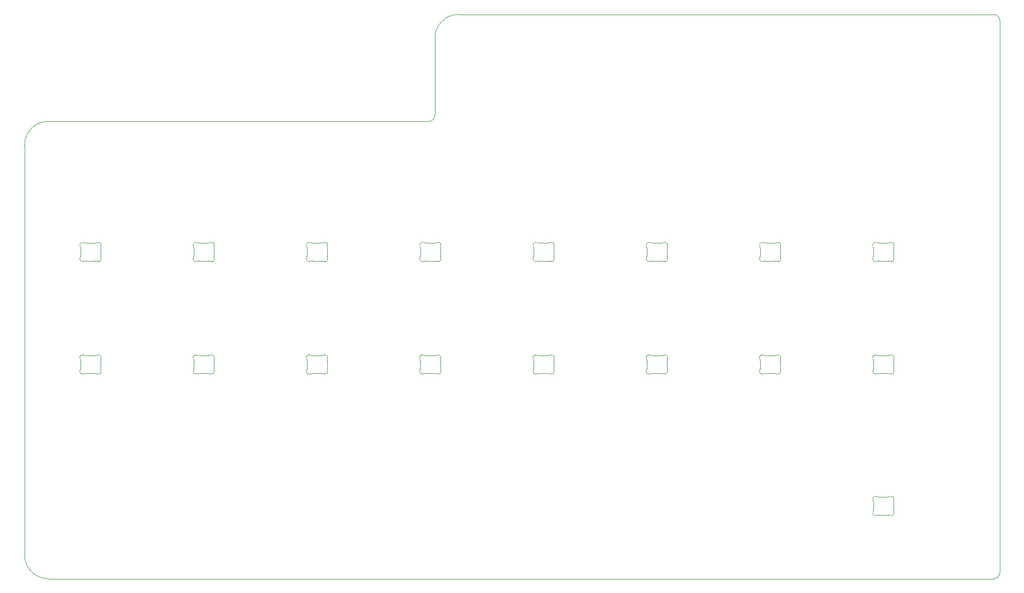
<source format=gbr>
%TF.GenerationSoftware,KiCad,Pcbnew,8.0.8*%
%TF.CreationDate,2025-02-25T14:58:14+00:00*%
%TF.ProjectId,16-steps,31362d73-7465-4707-932e-6b696361645f,rev?*%
%TF.SameCoordinates,Original*%
%TF.FileFunction,Profile,NP*%
%FSLAX46Y46*%
G04 Gerber Fmt 4.6, Leading zero omitted, Abs format (unit mm)*
G04 Created by KiCad (PCBNEW 8.0.8) date 2025-02-25 14:58:14*
%MOMM*%
%LPD*%
G01*
G04 APERTURE LIST*
%TA.AperFunction,Profile*%
%ADD10C,0.050000*%
%TD*%
%TA.AperFunction,Profile*%
%ADD11C,0.100000*%
%TD*%
G04 APERTURE END LIST*
D10*
X96000000Y-31000000D02*
G75*
G02*
X100000000Y-27000000I4000000J0D01*
G01*
X191000000Y-28000000D02*
X191000000Y-121000000D01*
X190000000Y-27000000D02*
G75*
G02*
X191000000Y-28000000I0J-1000000D01*
G01*
X190000000Y-122000000D02*
X31000000Y-122000000D01*
X191000000Y-121000000D02*
G75*
G02*
X190000000Y-122000000I-1000000J0D01*
G01*
X31000000Y-122000000D02*
G75*
G02*
X27000000Y-118000000I0J4000000D01*
G01*
X96000000Y-44000000D02*
G75*
G02*
X95000000Y-45000000I-1000000J0D01*
G01*
X27000000Y-49000000D02*
G75*
G02*
X31000000Y-45000000I4000000J0D01*
G01*
X96000000Y-44000000D02*
X96000000Y-31000000D01*
X31000000Y-45000000D02*
X95000000Y-45000000D01*
X27000000Y-49000000D02*
X27000000Y-118000000D01*
X100000000Y-27000000D02*
X190000000Y-27000000D01*
D11*
%TO.C,U13*%
X93550001Y-66289659D02*
X93550001Y-67695343D01*
X94455547Y-68492500D02*
X96044452Y-68492500D01*
X96044452Y-65492501D02*
X94455548Y-65492501D01*
X96949999Y-67695343D02*
X96949999Y-66289659D01*
X93500516Y-66072781D02*
G75*
G02*
X93550012Y-66289659I-451016J-217019D01*
G01*
X93500516Y-66072782D02*
G75*
G02*
X94203290Y-65424199I450514J216882D01*
G01*
X93550001Y-67695344D02*
G75*
G02*
X93500515Y-67912221I-500351J84D01*
G01*
X94203289Y-68560799D02*
G75*
G02*
X93500517Y-67912221I-252259J431699D01*
G01*
X94203289Y-68560799D02*
G75*
G02*
X94455547Y-68492500I252261J-431711D01*
G01*
X94455548Y-65492501D02*
G75*
G02*
X94203289Y-65424202I2J500011D01*
G01*
X96044453Y-68492501D02*
G75*
G02*
X96296711Y-68560800I-3J-500009D01*
G01*
X96296710Y-65424202D02*
G75*
G02*
X96044452Y-65492501I-252261J431710D01*
G01*
X96296711Y-65424204D02*
G75*
G02*
X96999484Y-66072781I252258J-431700D01*
G01*
X96949999Y-66289658D02*
G75*
G02*
X96999484Y-66072781I499623J85D01*
G01*
X96999484Y-67912221D02*
G75*
G02*
X96296711Y-68560800I-450514J-216879D01*
G01*
X96999484Y-67912221D02*
G75*
G02*
X96949999Y-67695343I450505J216876D01*
G01*
%TO.C,U17*%
X169750001Y-66289659D02*
X169750001Y-67695343D01*
X170655547Y-68492500D02*
X172244452Y-68492500D01*
X172244452Y-65492501D02*
X170655548Y-65492501D01*
X173149999Y-67695343D02*
X173149999Y-66289659D01*
X169700516Y-66072781D02*
G75*
G02*
X169750012Y-66289659I-451016J-217019D01*
G01*
X169700516Y-66072782D02*
G75*
G02*
X170403290Y-65424199I450514J216882D01*
G01*
X169750001Y-67695344D02*
G75*
G02*
X169700515Y-67912221I-500351J84D01*
G01*
X170403289Y-68560799D02*
G75*
G02*
X169700517Y-67912221I-252259J431699D01*
G01*
X170403289Y-68560799D02*
G75*
G02*
X170655547Y-68492500I252261J-431711D01*
G01*
X170655548Y-65492501D02*
G75*
G02*
X170403289Y-65424202I2J500011D01*
G01*
X172244453Y-68492501D02*
G75*
G02*
X172496711Y-68560800I-3J-500009D01*
G01*
X172496710Y-65424202D02*
G75*
G02*
X172244452Y-65492501I-252261J431710D01*
G01*
X172496711Y-65424204D02*
G75*
G02*
X173199484Y-66072781I252258J-431700D01*
G01*
X173149999Y-66289658D02*
G75*
G02*
X173199484Y-66072781I499623J85D01*
G01*
X173199484Y-67912221D02*
G75*
G02*
X172496711Y-68560800I-450514J-216879D01*
G01*
X173199484Y-67912221D02*
G75*
G02*
X173149999Y-67695343I450505J216876D01*
G01*
%TO.C,U16*%
X150700001Y-66289659D02*
X150700001Y-67695343D01*
X151605547Y-68492500D02*
X153194452Y-68492500D01*
X153194452Y-65492501D02*
X151605548Y-65492501D01*
X154099999Y-67695343D02*
X154099999Y-66289659D01*
X150650516Y-66072781D02*
G75*
G02*
X150700012Y-66289659I-451016J-217019D01*
G01*
X150650516Y-66072782D02*
G75*
G02*
X151353290Y-65424199I450514J216882D01*
G01*
X150700001Y-67695344D02*
G75*
G02*
X150650515Y-67912221I-500351J84D01*
G01*
X151353289Y-68560799D02*
G75*
G02*
X150650517Y-67912221I-252259J431699D01*
G01*
X151353289Y-68560799D02*
G75*
G02*
X151605547Y-68492500I252261J-431711D01*
G01*
X151605548Y-65492501D02*
G75*
G02*
X151353289Y-65424202I2J500011D01*
G01*
X153194453Y-68492501D02*
G75*
G02*
X153446711Y-68560800I-3J-500009D01*
G01*
X153446710Y-65424202D02*
G75*
G02*
X153194452Y-65492501I-252261J431710D01*
G01*
X153446711Y-65424204D02*
G75*
G02*
X154149484Y-66072781I252258J-431700D01*
G01*
X154099999Y-66289658D02*
G75*
G02*
X154149484Y-66072781I499623J85D01*
G01*
X154149484Y-67912221D02*
G75*
G02*
X153446711Y-68560800I-450514J-216879D01*
G01*
X154149484Y-67912221D02*
G75*
G02*
X154099999Y-67695343I450505J216876D01*
G01*
%TO.C,U1*%
X169750001Y-109052157D02*
X169750001Y-110457841D01*
X170655548Y-111254999D02*
X172244452Y-111254999D01*
X172244453Y-108255000D02*
X170655548Y-108255000D01*
X173149999Y-110457841D02*
X173149999Y-109052157D01*
X169700516Y-108835279D02*
G75*
G02*
X169749976Y-109052157I-450516J-216821D01*
G01*
X169700516Y-108835279D02*
G75*
G02*
X170403289Y-108186700I450514J216879D01*
G01*
X169750001Y-110457842D02*
G75*
G02*
X169700513Y-110674717I-499701J-58D01*
G01*
X170403289Y-111323296D02*
G75*
G02*
X169700520Y-110674721I-252259J431696D01*
G01*
X170403290Y-111323298D02*
G75*
G02*
X170655548Y-111255000I252260J-431712D01*
G01*
X170655547Y-108254999D02*
G75*
G02*
X170403289Y-108186700I3J500009D01*
G01*
X172244452Y-111254999D02*
G75*
G02*
X172496711Y-111323298I-2J-500009D01*
G01*
X172496711Y-108186701D02*
G75*
G02*
X172244453Y-108255000I-252261J431710D01*
G01*
X172496711Y-108186701D02*
G75*
G02*
X173199483Y-108835279I252258J-431700D01*
G01*
X173149999Y-109052156D02*
G75*
G02*
X173199484Y-108835279I499990J1D01*
G01*
X173199484Y-110674718D02*
G75*
G02*
X172496711Y-111323298I-450514J-216880D01*
G01*
X173199484Y-110674719D02*
G75*
G02*
X173149999Y-110457841I450505J216876D01*
G01*
%TO.C,U8*%
X55450001Y-85239657D02*
X55450001Y-86645341D01*
X56355548Y-87442499D02*
X57944452Y-87442499D01*
X57944453Y-84442500D02*
X56355548Y-84442500D01*
X58849999Y-86645341D02*
X58849999Y-85239657D01*
X55400516Y-85022779D02*
G75*
G02*
X55449976Y-85239657I-450516J-216821D01*
G01*
X55400516Y-85022779D02*
G75*
G02*
X56103289Y-84374200I450514J216879D01*
G01*
X55450001Y-86645342D02*
G75*
G02*
X55400513Y-86862217I-499701J-58D01*
G01*
X56103289Y-87510796D02*
G75*
G02*
X55400520Y-86862221I-252259J431696D01*
G01*
X56103290Y-87510798D02*
G75*
G02*
X56355548Y-87442500I252260J-431712D01*
G01*
X56355547Y-84442499D02*
G75*
G02*
X56103289Y-84374200I3J500009D01*
G01*
X57944452Y-87442499D02*
G75*
G02*
X58196711Y-87510798I-2J-500009D01*
G01*
X58196711Y-84374201D02*
G75*
G02*
X57944453Y-84442500I-252261J431710D01*
G01*
X58196711Y-84374201D02*
G75*
G02*
X58899483Y-85022779I252258J-431700D01*
G01*
X58849999Y-85239656D02*
G75*
G02*
X58899484Y-85022779I499990J1D01*
G01*
X58899484Y-86862218D02*
G75*
G02*
X58196711Y-87510798I-450514J-216880D01*
G01*
X58899484Y-86862219D02*
G75*
G02*
X58849999Y-86645341I450505J216876D01*
G01*
%TO.C,U10*%
X36400001Y-66289659D02*
X36400001Y-67695343D01*
X37305547Y-68492500D02*
X38894452Y-68492500D01*
X38894452Y-65492501D02*
X37305548Y-65492501D01*
X39799999Y-67695343D02*
X39799999Y-66289659D01*
X36350516Y-66072781D02*
G75*
G02*
X36400012Y-66289659I-451016J-217019D01*
G01*
X36350516Y-66072782D02*
G75*
G02*
X37053290Y-65424199I450514J216882D01*
G01*
X36400001Y-67695344D02*
G75*
G02*
X36350515Y-67912221I-500351J84D01*
G01*
X37053289Y-68560799D02*
G75*
G02*
X36350517Y-67912221I-252259J431699D01*
G01*
X37053289Y-68560799D02*
G75*
G02*
X37305547Y-68492500I252261J-431711D01*
G01*
X37305548Y-65492501D02*
G75*
G02*
X37053289Y-65424202I2J500011D01*
G01*
X38894453Y-68492501D02*
G75*
G02*
X39146711Y-68560800I-3J-500009D01*
G01*
X39146710Y-65424202D02*
G75*
G02*
X38894452Y-65492501I-252261J431710D01*
G01*
X39146711Y-65424204D02*
G75*
G02*
X39849484Y-66072781I252258J-431700D01*
G01*
X39799999Y-66289658D02*
G75*
G02*
X39849484Y-66072781I499623J85D01*
G01*
X39849484Y-67912221D02*
G75*
G02*
X39146711Y-68560800I-450514J-216879D01*
G01*
X39849484Y-67912221D02*
G75*
G02*
X39799999Y-67695343I450505J216876D01*
G01*
%TO.C,U5*%
X112600001Y-85239657D02*
X112600001Y-86645341D01*
X113505548Y-87442499D02*
X115094452Y-87442499D01*
X115094453Y-84442500D02*
X113505548Y-84442500D01*
X115999999Y-86645341D02*
X115999999Y-85239657D01*
X112550516Y-85022779D02*
G75*
G02*
X112599976Y-85239657I-450516J-216821D01*
G01*
X112550516Y-85022779D02*
G75*
G02*
X113253289Y-84374200I450514J216879D01*
G01*
X112600001Y-86645342D02*
G75*
G02*
X112550513Y-86862217I-499701J-58D01*
G01*
X113253289Y-87510796D02*
G75*
G02*
X112550520Y-86862221I-252259J431696D01*
G01*
X113253290Y-87510798D02*
G75*
G02*
X113505548Y-87442500I252260J-431712D01*
G01*
X113505547Y-84442499D02*
G75*
G02*
X113253289Y-84374200I3J500009D01*
G01*
X115094452Y-87442499D02*
G75*
G02*
X115346711Y-87510798I-2J-500009D01*
G01*
X115346711Y-84374201D02*
G75*
G02*
X115094453Y-84442500I-252261J431710D01*
G01*
X115346711Y-84374201D02*
G75*
G02*
X116049483Y-85022779I252258J-431700D01*
G01*
X115999999Y-85239656D02*
G75*
G02*
X116049484Y-85022779I499990J1D01*
G01*
X116049484Y-86862218D02*
G75*
G02*
X115346711Y-87510798I-450514J-216880D01*
G01*
X116049484Y-86862219D02*
G75*
G02*
X115999999Y-86645341I450505J216876D01*
G01*
%TO.C,U2*%
X169750001Y-85239657D02*
X169750001Y-86645341D01*
X170655548Y-87442499D02*
X172244452Y-87442499D01*
X172244453Y-84442500D02*
X170655548Y-84442500D01*
X173149999Y-86645341D02*
X173149999Y-85239657D01*
X169700516Y-85022779D02*
G75*
G02*
X169749976Y-85239657I-450516J-216821D01*
G01*
X169700516Y-85022779D02*
G75*
G02*
X170403289Y-84374200I450514J216879D01*
G01*
X169750001Y-86645342D02*
G75*
G02*
X169700513Y-86862217I-499701J-58D01*
G01*
X170403289Y-87510796D02*
G75*
G02*
X169700520Y-86862221I-252259J431696D01*
G01*
X170403290Y-87510798D02*
G75*
G02*
X170655548Y-87442500I252260J-431712D01*
G01*
X170655547Y-84442499D02*
G75*
G02*
X170403289Y-84374200I3J500009D01*
G01*
X172244452Y-87442499D02*
G75*
G02*
X172496711Y-87510798I-2J-500009D01*
G01*
X172496711Y-84374201D02*
G75*
G02*
X172244453Y-84442500I-252261J431710D01*
G01*
X172496711Y-84374201D02*
G75*
G02*
X173199483Y-85022779I252258J-431700D01*
G01*
X173149999Y-85239656D02*
G75*
G02*
X173199484Y-85022779I499990J1D01*
G01*
X173199484Y-86862218D02*
G75*
G02*
X172496711Y-87510798I-450514J-216880D01*
G01*
X173199484Y-86862219D02*
G75*
G02*
X173149999Y-86645341I450505J216876D01*
G01*
%TO.C,U4*%
X131650001Y-85239657D02*
X131650001Y-86645341D01*
X132555548Y-87442499D02*
X134144452Y-87442499D01*
X134144453Y-84442500D02*
X132555548Y-84442500D01*
X135049999Y-86645341D02*
X135049999Y-85239657D01*
X131600516Y-85022779D02*
G75*
G02*
X131649976Y-85239657I-450516J-216821D01*
G01*
X131600516Y-85022779D02*
G75*
G02*
X132303289Y-84374200I450514J216879D01*
G01*
X131650001Y-86645342D02*
G75*
G02*
X131600513Y-86862217I-499701J-58D01*
G01*
X132303289Y-87510796D02*
G75*
G02*
X131600520Y-86862221I-252259J431696D01*
G01*
X132303290Y-87510798D02*
G75*
G02*
X132555548Y-87442500I252260J-431712D01*
G01*
X132555547Y-84442499D02*
G75*
G02*
X132303289Y-84374200I3J500009D01*
G01*
X134144452Y-87442499D02*
G75*
G02*
X134396711Y-87510798I-2J-500009D01*
G01*
X134396711Y-84374201D02*
G75*
G02*
X134144453Y-84442500I-252261J431710D01*
G01*
X134396711Y-84374201D02*
G75*
G02*
X135099483Y-85022779I252258J-431700D01*
G01*
X135049999Y-85239656D02*
G75*
G02*
X135099484Y-85022779I499990J1D01*
G01*
X135099484Y-86862218D02*
G75*
G02*
X134396711Y-87510798I-450514J-216880D01*
G01*
X135099484Y-86862219D02*
G75*
G02*
X135049999Y-86645341I450505J216876D01*
G01*
%TO.C,U6*%
X93550001Y-85239657D02*
X93550001Y-86645341D01*
X94455548Y-87442499D02*
X96044452Y-87442499D01*
X96044453Y-84442500D02*
X94455548Y-84442500D01*
X96949999Y-86645341D02*
X96949999Y-85239657D01*
X93500516Y-85022779D02*
G75*
G02*
X93549976Y-85239657I-450516J-216821D01*
G01*
X93500516Y-85022779D02*
G75*
G02*
X94203289Y-84374200I450514J216879D01*
G01*
X93550001Y-86645342D02*
G75*
G02*
X93500513Y-86862217I-499701J-58D01*
G01*
X94203289Y-87510796D02*
G75*
G02*
X93500520Y-86862221I-252259J431696D01*
G01*
X94203290Y-87510798D02*
G75*
G02*
X94455548Y-87442500I252260J-431712D01*
G01*
X94455547Y-84442499D02*
G75*
G02*
X94203289Y-84374200I3J500009D01*
G01*
X96044452Y-87442499D02*
G75*
G02*
X96296711Y-87510798I-2J-500009D01*
G01*
X96296711Y-84374201D02*
G75*
G02*
X96044453Y-84442500I-252261J431710D01*
G01*
X96296711Y-84374201D02*
G75*
G02*
X96999483Y-85022779I252258J-431700D01*
G01*
X96949999Y-85239656D02*
G75*
G02*
X96999484Y-85022779I499990J1D01*
G01*
X96999484Y-86862218D02*
G75*
G02*
X96296711Y-87510798I-450514J-216880D01*
G01*
X96999484Y-86862219D02*
G75*
G02*
X96949999Y-86645341I450505J216876D01*
G01*
%TO.C,U14*%
X112600001Y-66289659D02*
X112600001Y-67695343D01*
X113505547Y-68492500D02*
X115094452Y-68492500D01*
X115094452Y-65492501D02*
X113505548Y-65492501D01*
X115999999Y-67695343D02*
X115999999Y-66289659D01*
X112550516Y-66072781D02*
G75*
G02*
X112600012Y-66289659I-451016J-217019D01*
G01*
X112550516Y-66072782D02*
G75*
G02*
X113253290Y-65424199I450514J216882D01*
G01*
X112600001Y-67695344D02*
G75*
G02*
X112550515Y-67912221I-500351J84D01*
G01*
X113253289Y-68560799D02*
G75*
G02*
X112550517Y-67912221I-252259J431699D01*
G01*
X113253289Y-68560799D02*
G75*
G02*
X113505547Y-68492500I252261J-431711D01*
G01*
X113505548Y-65492501D02*
G75*
G02*
X113253289Y-65424202I2J500011D01*
G01*
X115094453Y-68492501D02*
G75*
G02*
X115346711Y-68560800I-3J-500009D01*
G01*
X115346710Y-65424202D02*
G75*
G02*
X115094452Y-65492501I-252261J431710D01*
G01*
X115346711Y-65424204D02*
G75*
G02*
X116049484Y-66072781I252258J-431700D01*
G01*
X115999999Y-66289658D02*
G75*
G02*
X116049484Y-66072781I499623J85D01*
G01*
X116049484Y-67912221D02*
G75*
G02*
X115346711Y-68560800I-450514J-216879D01*
G01*
X116049484Y-67912221D02*
G75*
G02*
X115999999Y-67695343I450505J216876D01*
G01*
%TO.C,U3*%
X150700001Y-85239657D02*
X150700001Y-86645341D01*
X151605548Y-87442499D02*
X153194452Y-87442499D01*
X153194453Y-84442500D02*
X151605548Y-84442500D01*
X154099999Y-86645341D02*
X154099999Y-85239657D01*
X150650516Y-85022779D02*
G75*
G02*
X150699976Y-85239657I-450516J-216821D01*
G01*
X150650516Y-85022779D02*
G75*
G02*
X151353289Y-84374200I450514J216879D01*
G01*
X150700001Y-86645342D02*
G75*
G02*
X150650513Y-86862217I-499701J-58D01*
G01*
X151353289Y-87510796D02*
G75*
G02*
X150650520Y-86862221I-252259J431696D01*
G01*
X151353290Y-87510798D02*
G75*
G02*
X151605548Y-87442500I252260J-431712D01*
G01*
X151605547Y-84442499D02*
G75*
G02*
X151353289Y-84374200I3J500009D01*
G01*
X153194452Y-87442499D02*
G75*
G02*
X153446711Y-87510798I-2J-500009D01*
G01*
X153446711Y-84374201D02*
G75*
G02*
X153194453Y-84442500I-252261J431710D01*
G01*
X153446711Y-84374201D02*
G75*
G02*
X154149483Y-85022779I252258J-431700D01*
G01*
X154099999Y-85239656D02*
G75*
G02*
X154149484Y-85022779I499990J1D01*
G01*
X154149484Y-86862218D02*
G75*
G02*
X153446711Y-87510798I-450514J-216880D01*
G01*
X154149484Y-86862219D02*
G75*
G02*
X154099999Y-86645341I450505J216876D01*
G01*
%TO.C,U12*%
X74500001Y-66289659D02*
X74500001Y-67695343D01*
X75405547Y-68492500D02*
X76994452Y-68492500D01*
X76994452Y-65492501D02*
X75405548Y-65492501D01*
X77899999Y-67695343D02*
X77899999Y-66289659D01*
X74450516Y-66072781D02*
G75*
G02*
X74500012Y-66289659I-451016J-217019D01*
G01*
X74450516Y-66072782D02*
G75*
G02*
X75153290Y-65424199I450514J216882D01*
G01*
X74500001Y-67695344D02*
G75*
G02*
X74450515Y-67912221I-500351J84D01*
G01*
X75153289Y-68560799D02*
G75*
G02*
X74450517Y-67912221I-252259J431699D01*
G01*
X75153289Y-68560799D02*
G75*
G02*
X75405547Y-68492500I252261J-431711D01*
G01*
X75405548Y-65492501D02*
G75*
G02*
X75153289Y-65424202I2J500011D01*
G01*
X76994453Y-68492501D02*
G75*
G02*
X77246711Y-68560800I-3J-500009D01*
G01*
X77246710Y-65424202D02*
G75*
G02*
X76994452Y-65492501I-252261J431710D01*
G01*
X77246711Y-65424204D02*
G75*
G02*
X77949484Y-66072781I252258J-431700D01*
G01*
X77899999Y-66289658D02*
G75*
G02*
X77949484Y-66072781I499623J85D01*
G01*
X77949484Y-67912221D02*
G75*
G02*
X77246711Y-68560800I-450514J-216879D01*
G01*
X77949484Y-67912221D02*
G75*
G02*
X77899999Y-67695343I450505J216876D01*
G01*
%TO.C,U11*%
X55450001Y-66289659D02*
X55450001Y-67695343D01*
X56355547Y-68492500D02*
X57944452Y-68492500D01*
X57944452Y-65492501D02*
X56355548Y-65492501D01*
X58849999Y-67695343D02*
X58849999Y-66289659D01*
X55400516Y-66072781D02*
G75*
G02*
X55450012Y-66289659I-451016J-217019D01*
G01*
X55400516Y-66072782D02*
G75*
G02*
X56103290Y-65424199I450514J216882D01*
G01*
X55450001Y-67695344D02*
G75*
G02*
X55400515Y-67912221I-500351J84D01*
G01*
X56103289Y-68560799D02*
G75*
G02*
X55400517Y-67912221I-252259J431699D01*
G01*
X56103289Y-68560799D02*
G75*
G02*
X56355547Y-68492500I252261J-431711D01*
G01*
X56355548Y-65492501D02*
G75*
G02*
X56103289Y-65424202I2J500011D01*
G01*
X57944453Y-68492501D02*
G75*
G02*
X58196711Y-68560800I-3J-500009D01*
G01*
X58196710Y-65424202D02*
G75*
G02*
X57944452Y-65492501I-252261J431710D01*
G01*
X58196711Y-65424204D02*
G75*
G02*
X58899484Y-66072781I252258J-431700D01*
G01*
X58849999Y-66289658D02*
G75*
G02*
X58899484Y-66072781I499623J85D01*
G01*
X58899484Y-67912221D02*
G75*
G02*
X58196711Y-68560800I-450514J-216879D01*
G01*
X58899484Y-67912221D02*
G75*
G02*
X58849999Y-67695343I450505J216876D01*
G01*
%TO.C,U15*%
X131650001Y-66289659D02*
X131650001Y-67695343D01*
X132555547Y-68492500D02*
X134144452Y-68492500D01*
X134144452Y-65492501D02*
X132555548Y-65492501D01*
X135049999Y-67695343D02*
X135049999Y-66289659D01*
X131600516Y-66072781D02*
G75*
G02*
X131650012Y-66289659I-451016J-217019D01*
G01*
X131600516Y-66072782D02*
G75*
G02*
X132303290Y-65424199I450514J216882D01*
G01*
X131650001Y-67695344D02*
G75*
G02*
X131600515Y-67912221I-500351J84D01*
G01*
X132303289Y-68560799D02*
G75*
G02*
X131600517Y-67912221I-252259J431699D01*
G01*
X132303289Y-68560799D02*
G75*
G02*
X132555547Y-68492500I252261J-431711D01*
G01*
X132555548Y-65492501D02*
G75*
G02*
X132303289Y-65424202I2J500011D01*
G01*
X134144453Y-68492501D02*
G75*
G02*
X134396711Y-68560800I-3J-500009D01*
G01*
X134396710Y-65424202D02*
G75*
G02*
X134144452Y-65492501I-252261J431710D01*
G01*
X134396711Y-65424204D02*
G75*
G02*
X135099484Y-66072781I252258J-431700D01*
G01*
X135049999Y-66289658D02*
G75*
G02*
X135099484Y-66072781I499623J85D01*
G01*
X135099484Y-67912221D02*
G75*
G02*
X134396711Y-68560800I-450514J-216879D01*
G01*
X135099484Y-67912221D02*
G75*
G02*
X135049999Y-67695343I450505J216876D01*
G01*
%TO.C,U9*%
X36400001Y-85239657D02*
X36400001Y-86645341D01*
X37305548Y-87442499D02*
X38894452Y-87442499D01*
X38894453Y-84442500D02*
X37305548Y-84442500D01*
X39799999Y-86645341D02*
X39799999Y-85239657D01*
X36350516Y-85022779D02*
G75*
G02*
X36399976Y-85239657I-450516J-216821D01*
G01*
X36350516Y-85022779D02*
G75*
G02*
X37053289Y-84374200I450514J216879D01*
G01*
X36400001Y-86645342D02*
G75*
G02*
X36350513Y-86862217I-499701J-58D01*
G01*
X37053289Y-87510796D02*
G75*
G02*
X36350520Y-86862221I-252259J431696D01*
G01*
X37053290Y-87510798D02*
G75*
G02*
X37305548Y-87442500I252260J-431712D01*
G01*
X37305547Y-84442499D02*
G75*
G02*
X37053289Y-84374200I3J500009D01*
G01*
X38894452Y-87442499D02*
G75*
G02*
X39146711Y-87510798I-2J-500009D01*
G01*
X39146711Y-84374201D02*
G75*
G02*
X38894453Y-84442500I-252261J431710D01*
G01*
X39146711Y-84374201D02*
G75*
G02*
X39849483Y-85022779I252258J-431700D01*
G01*
X39799999Y-85239656D02*
G75*
G02*
X39849484Y-85022779I499990J1D01*
G01*
X39849484Y-86862218D02*
G75*
G02*
X39146711Y-87510798I-450514J-216880D01*
G01*
X39849484Y-86862219D02*
G75*
G02*
X39799999Y-86645341I450505J216876D01*
G01*
%TO.C,U7*%
X74500001Y-85239657D02*
X74500001Y-86645341D01*
X75405548Y-87442499D02*
X76994452Y-87442499D01*
X76994453Y-84442500D02*
X75405548Y-84442500D01*
X77899999Y-86645341D02*
X77899999Y-85239657D01*
X74450516Y-85022779D02*
G75*
G02*
X74499976Y-85239657I-450516J-216821D01*
G01*
X74450516Y-85022779D02*
G75*
G02*
X75153289Y-84374200I450514J216879D01*
G01*
X74500001Y-86645342D02*
G75*
G02*
X74450513Y-86862217I-499701J-58D01*
G01*
X75153289Y-87510796D02*
G75*
G02*
X74450520Y-86862221I-252259J431696D01*
G01*
X75153290Y-87510798D02*
G75*
G02*
X75405548Y-87442500I252260J-431712D01*
G01*
X75405547Y-84442499D02*
G75*
G02*
X75153289Y-84374200I3J500009D01*
G01*
X76994452Y-87442499D02*
G75*
G02*
X77246711Y-87510798I-2J-500009D01*
G01*
X77246711Y-84374201D02*
G75*
G02*
X76994453Y-84442500I-252261J431710D01*
G01*
X77246711Y-84374201D02*
G75*
G02*
X77949483Y-85022779I252258J-431700D01*
G01*
X77899999Y-85239656D02*
G75*
G02*
X77949484Y-85022779I499990J1D01*
G01*
X77949484Y-86862218D02*
G75*
G02*
X77246711Y-87510798I-450514J-216880D01*
G01*
X77949484Y-86862219D02*
G75*
G02*
X77899999Y-86645341I450505J216876D01*
G01*
%TD*%
M02*

</source>
